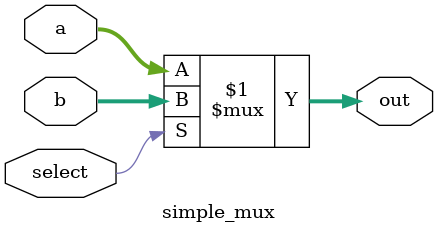
<source format=sv>
module simple_mux #(bus_size = 4)(input logic[bus_size-1:0] a, b, input logic select, output logic[bus_size-1:0] out);

	assign out = select? b : a;

endmodule

</source>
